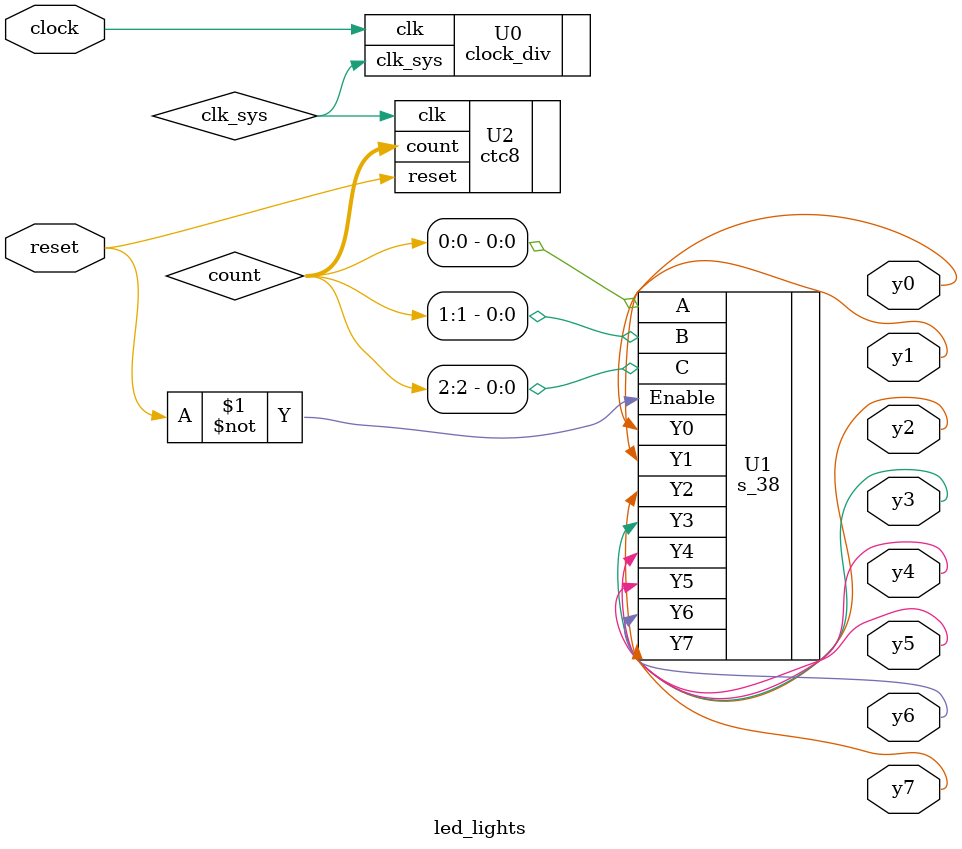
<source format=v>
`timescale 1ns / 1ps


module led_lights(
    clock,
    reset,
    y0,
    y1,
    y2,
    y3,
    y4,
    y5,
    y6,
    y7,
    );
    
    input clock,reset;
    output y0,y1,y2,y3,y4,y5,y6,y7;
    
    wire  clk_sys;
    wire [2:0] count;
    
    // clock
    clock_div  U0(
         .clk(clock),
         .clk_sys(clk_sys)
    );
    
    // 38decoder
    s_38  U1(
        .A(count[0]),
        .B(count[1]),
        .C(count[2]),
        .Enable(~reset),// ÓÉÓÚEG01°å×ÓresetÊÇ¸ßµçÆ½ÓÐÐ§
        .Y0(y0),
        .Y1(y1),
        .Y2(y2),
        .Y3(y3),
        .Y4(y4),
        .Y5(y5),
        .Y6(y6),
        .Y7(y7)
    );
    
    // ctc
    ctc8  U2(
        .clk(clk_sys),
        .reset(reset),// °å×ÓresetÊÇ¸ßµçÆ½ÓÐÐ§
        .count(count)
    );    
endmodule

</source>
